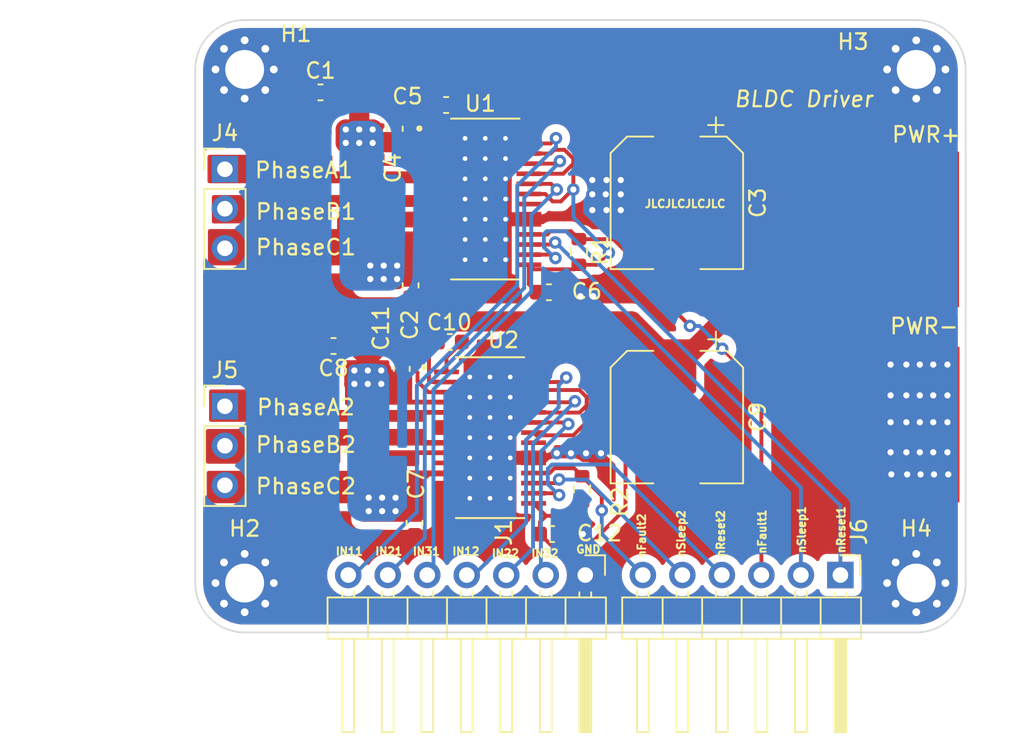
<source format=kicad_pcb>
(kicad_pcb (version 20211014) (generator pcbnew)
  (layers (0 "F.Cu" signal) (31 "B.Cu" signal) (34 "B.Paste" user) (35 "F.Paste" user) (36 "B.SilkS" user "B.Silkscreen") (37 "F.SilkS" user "F.Silkscreen") (38 "B.Mask" user) (39 "F.Mask" user) (44 "Edge.Cuts" user))
  (net 0 "")
  (net 1 "VM")
  (net 2 "THPAD")
  (net 3 "VCP1")
  (net 4 "Net-(C5-Pad1)")
  (net 5 "Net-(C5-Pad2)")
  (net 6 "EN1")
  (net 7 "Net-(C10-Pad1)")
  (net 8 "Net-(C10-Pad2)")
  (net 9 "VCP2")
  (net 10 "EN2")
  (net 11 "IN11")
  (net 12 "IN21")
  (net 13 "IN31")
  (net 14 "IN12")
  (net 15 "IN22")
  (net 16 "IN32")
  (net 17 "phaseA1")
  (net 18 "phaseB1")
  (net 19 "phaseC2")
  (net 20 "phaseA2")
  (net 21 "phaseB2")
  (net 22 "NReset1")
  (net 23 "NSleep1")
  (net 24 "NFault1")
  (net 25 "NReset2")
  (net 26 "NSleep2")
  (net 27 "NFault2")
  (net 28 "phaseC1")
  (footprint "Connector_PinHeader_2.54mm:PinHeader_1x03_P2.54mm_Vertical" (layer "F.Cu") (at 140.97 95.3158)
    (property "Reference" "J4")
    (property "Value" "M1")
    (fp_text reference "J4")
    (fp_text value "M1")
  )
  (footprint "Connector_PinHeader_2.54mm:PinHeader_1x06_P2.54mm_Horizontal" (layer "F.Cu") (at 180.5432 121.4058 -90)
    (property "Reference" "J6")
    (property "Value" "status")
    (fp_text reference "J6")
    (fp_text value "status")
  )
  (footprint "MountingHole:MountingHole_2.5mm_Pad_Via" (layer "F.Cu") (at 142.24 121.92)
    (fp_text reference "H2")
    (fp_text value "MountingHole_Pad")
  )
  (footprint "Capacitor_SMD:C_0603_1608Metric" (layer "F.Cu") (at 152.3427 108.1532 90)
    (fp_text reference "C11")
    (fp_text value "0.1uf")
  )
  (footprint "Capacitor_SMD:C_0603_1608Metric" (layer "F.Cu") (at 153.162 118.0592 -90)
    (fp_text reference "C7")
    (fp_text value "0.1uf")
  )
  (footprint "MountingHole:MountingHole_2.5mm_Pad_Via" (layer "F.Cu") (at 142.24 88.9)
    (fp_text reference "H1")
    (fp_text value "MountingHole_Pad")
  )
  (footprint "Capacitor_SMD:C_0603_1608Metric" (layer "F.Cu") (at 151.892 92.71 90)
    (fp_text reference "C4")
    (fp_text value "0.1uf")
  )
  (footprint "Capacitor_SMD:CP_Elec_8x10" (layer "F.Cu") (at 170.0276 111.252 -90)
    (fp_text reference "C9")
    (fp_text value "100uf")
  )
  (footprint "Connector_PinHeader_2.54mm:PinHeader_1x07_P2.54mm_Horizontal" (layer "F.Cu") (at 164.1398 121.4058 -90)
    (property "Reference" "J1")
    (property "Value" "CONTROL")
    (fp_text reference "J1")
    (fp_text value "CONTROL")
  )
  (footprint "DRV8313PWPR:IC_TPS61196PWPRQ1" (layer "F.Cu") (at 157.7117 97.2312)
    (fp_text reference "U1")
    (fp_text value "DRV8313PWPR")
  )
  (footprint "Capacitor_SMD:C_0603_1608Metric" (layer "F.Cu") (at 155.4317 106.4254 180)
    (fp_text reference "C10")
    (fp_text value ".01uf")
  )
  (footprint "Capacitor_SMD:C_0603_1608Metric" (layer "F.Cu") (at 147.955 106.68 180)
    (fp_text reference "C8")
    (fp_text value "0.1uf")
  )
  (footprint "Connector_PinHeader_2.54mm:PinHeader_1x03_P2.54mm_Vertical" (layer "F.Cu") (at 140.97 110.5558)
    (fp_text reference "J5")
    (fp_text value "M2")
  )
  (footprint "Capacitor_SMD:C_0603_1608Metric" (layer "F.Cu") (at 155.194 91.186 180)
    (fp_text reference "C5")
    (fp_text value ".01uf")
  )
  (footprint "Capacitor_SMD:C_0603_1608Metric" (layer "F.Cu") (at 152.908 102.7814 -90)
    (fp_text reference "C2")
    (fp_text value "0.1uf")
  )
  (footprint "MountingHole:MountingHole_2.5mm_Pad_Via" (layer "F.Cu") (at 185.42 121.92)
    (fp_text reference "H4")
    (fp_text value "MountingHole_Pad")
  )
  (footprint "MountingHole:MountingHole_2.5mm_Pad_Via" (layer "F.Cu") (at 185.42 88.9)
    (fp_text reference "H3")
    (fp_text value "MountingHole_Pad")
  )
  (footprint "Capacitor_SMD:C_0603_1608Metric" (layer "F.Cu") (at 161.8011 103.2256)
    (fp_text reference "C6")
    (fp_text value "0.47uf")
  )
  (footprint "DRV8313PWPR:IC_TPS61196PWPRQ1" (layer "F.Cu") (at 158.0165 112.5728)
    (fp_text reference "U2")
    (fp_text value "DRV8313PWPR")
  )
  (footprint "Resistor_SMD:R_0603_1608Metric" (layer "F.Cu") (at 163.9316 115.8748 90)
    (fp_text reference "R2")
    (fp_text value "10k")
  )
  (footprint "Connector_Wire:SolderWirePad_1x01_SMD_5x10mm" (layer "F.Cu") (at 185.6994 111.7346)
    (fp_text reference "J3" hide)
    (fp_text value "PWR-")
  )
  (footprint "Capacitor_SMD:CP_Elec_8x10" (layer "F.Cu") (at 170.0276 97.4753 -90)
    (fp_text reference "C3")
    (fp_text value "100uf")
  )
  (footprint "Connector_Wire:SolderWirePad_1x01_SMD_5x10mm" (layer "F.Cu") (at 185.674 99.187)
    (property "Reference" "J2")
    (property "Value" "PWR+")
    (fp_text reference "J2" hide)
    (fp_text value "PWR+")
  )
  (footprint "Capacitor_SMD:C_0603_1608Metric" (layer "F.Cu") (at 147.1168 90.3732 180)
    (fp_text reference "C1")
    (fp_text value "0.1uf")
  )
  (footprint "Resistor_SMD:R_0603_1608Metric" (layer "F.Cu") (at 163.7284 100.6348 90)
    (property "Reference" "R1")
    (property "Value" "10k")
    (fp_text reference "R1")
    (fp_text value "10k")
  )
  (footprint "Capacitor_SMD:C_0603_1608Metric" (layer "F.Cu") (at 162.0043 118.7704)
    (fp_text reference "C12")
    (fp_text value "0.47uf")
  )
  (gr_arc (start 142.24 125.095) (mid 139.994936 124.165064) (end 139.065 121.92) (layer "Edge.Cuts") (width 0.1))
  (gr_arc (start 139.065 88.9) (mid 139.994936 86.654936) (end 142.24 85.725) (layer "Edge.Cuts") (width 0.1))
  (gr_line (start 142.24 125.095) (end 185.42 125.095) (layer "Edge.Cuts") (width 0.1))
  (gr_line (start 142.24 85.725) (end 185.42 85.725) (layer "Edge.Cuts") (width 0.1))
  (gr_arc (start 188.595 121.92) (mid 187.665064 124.165064) (end 185.42 125.095) (layer "Edge.Cuts") (width 0.1))
  (gr_line (start 139.065 88.9) (end 139.065 121.92) (layer "Edge.Cuts") (width 0.1))
  (gr_line (start 188.595 88.9) (end 188.595 121.92) (layer "Edge.Cuts") (width 0.1))
  (gr_arc (start 185.42 85.725) (mid 187.659181 86.660819) (end 188.595 88.9) (layer "Edge.Cuts") (width 0.1))
  (gr_text "PhaseB2" (at 146.177 113.03) (layer "F.SilkS") (effects (font (size 1 1))))
  (gr_text "nSleep2" (at 170.307 118.745 90) (layer "F.SilkS") (effects (font (size 0.5 0.5) (thickness 0.125))))
  (gr_text "nReset1" (at 180.594 118.491 90) (layer "F.SilkS") (effects (font (size 0.5 0.5) (thickness 0.125))))
  (gr_text "IN21" (at 151.511 119.888) (layer "F.SilkS") (effects (font (size 0.5 0.5) (thickness 0.125))))
  (gr_text "BLDC Driver" (at 178.181 90.805) (layer "F.SilkS") (effects (font (size 1 1) (thickness 0.15) italic)))
  (gr_text "IN11" (at 148.971 119.888) (layer "F.SilkS") (effects (font (size 0.5 0.5) (thickness 0.125))))
  (gr_text "PhaseB1" (at 146.177 98.044) (layer "F.SilkS") (effects (font (size 1 1))))
  (gr_text "PWR+\n" (at 186.055 93.091) (layer "F.SilkS") (effects (font (size 1 1))))
  (gr_text "IN31" (at 153.924 119.888) (layer "F.SilkS") (effects (font (size 0.5 0.5) (thickness 0.125))))
  (gr_text "nFault1" (at 175.514 118.618 90) (layer "F.SilkS") (effects (font (size 0.5 0.5) (thickness 0.125))))
  (gr_text "IN22" (at 159.004 120.015) (layer "F.SilkS") (effects (font (size 0.5 0.5) (thickness 0.125))))
  (gr_text "GND" (at 164.338 119.761) (layer "F.SilkS") (effects (font (size 0.5 0.5) (thickness 0.125))))
  (gr_text "nFault2" (at 167.767 118.872 90) (layer "F.SilkS") (effects (font (size 0.5 0.5) (thickness 0.125))))
  (gr_text "PhaseC2" (at 146.177 115.697) (layer "F.SilkS") (effects (font (size 1 1))))
  (gr_text "nSleep1" (at 178.054 118.491 90) (layer "F.SilkS") (effects (font (size 0.5 0.5) (thickness 0.125))))
  (gr_text "IN32" (at 161.544 120.015) (layer "F.SilkS") (effects (font (size 0.5 0.5) (thickness 0.125))))
  (gr_text "JLCJLCJLCJLC" (at 170.561 97.536) (layer "F.SilkS") (effects (font (size 0.5 0.5) (thickness 0.125))))
  (gr_text "PhaseA2" (at 146.177 110.617) (layer "F.SilkS") (effects (font (size 1 1))))
  (gr_text "PhaseC1" (at 146.177 100.33) (layer "F.SilkS") (effects (font (size 1 1))))
  (gr_text "PWR-\n" (at 185.928 105.41) (layer "F.SilkS") (effects (font (size 1 1))))
  (gr_text "nReset2" (at 172.847 118.745 90) (layer "F.SilkS") (effects (font (size 0.5 0.5) (thickness 0.125))))
  (gr_text "IN12" (at 156.464 119.888) (layer "F.SilkS") (effects (font (size 0.5 0.5) (thickness 0.125))))
  (gr_text "PhaseA1" (at 146.05 95.377) (layer "F.SilkS") (effects (font (size 1 1))))
  (segment (start 150.2156 117.2972) (end 151.9428 117.2972) (width 1.3) (layer "F.Cu") (net 1))
  (segment (start 155.2165 114.8478) (end 154.1665 114.8478) (width 0.25) (layer "F.Cu") (net 1))
  (segment (start 149.2947 108.2548) (end 149.2947 109.1184) (width 1.3) (layer "F.Cu") (net 1))
  (segment (start 147.8918 90.3732) (end 149.606 90.3732) (width 1.3) (layer "F.Cu") (net 1))
  (segment (start 148.73 106.68) (end 149.4471 106.68) (width 1.3) (layer "F.Cu") (net 1))
  (segment (start 152.44862 105.10088) (end 150.1583 107.3912) (width 1.3) (layer "F.Cu") (net 1))
  (segment (start 149.606 93.6244) (end 149.606 90.3732) (width 1.3) (layer "F.Cu") (net 1))
  (segment (start 185.674 99.187) (end 174.9893 99.187) (width 1.3) (layer "F.Cu") (net 1))
  (segment (start 152.0444 100.5586) (end 152.0444 101.5114) (width 0.25) (layer "F.Cu") (net 1))
  (segment (start 154.9117 99.5062) (end 153.0968 99.5062) (width 0.25) (layer "F.Cu") (net 1))
  (segment (start 174.9552 99.06) (end 173.6344 100.3808) (width 1.3) (layer "F.Cu") (net 1))
  (segment (start 150.2156 116.4336) (end 150.2156 117.2972) (width 1.3) (layer "F.Cu") (net 1))
  (segment (start 150.3172 101.5114) (end 150.3172 102.375) (width 1.3) (layer "F.Cu") (net 1))
  (segment (start 174.4051 98.6028) (end 170.0276 94.2253) (width 1.3) (layer "F.Cu") (net 1))
  (segment (start 151.384 116.9924) (end 151.0792 117.2972) (width 1.3) (layer "F.Cu") (net 1))
  (segment (start 150.1583 107.3912) (end 150.1583 109.1184) (width 1.3) (layer "F.Cu") (net 1))
  (segment (start 151.9428 116.4336) (end 151.9428 117.2972) (width 1.3) (layer "F.Cu") (net 1))
  (segment (start 150.7744 93.5736) (end 151.8034 93.5736) (width 1.3) (layer "F.Cu") (net 1))
  (segment (start 167.12648 105.10088) (end 152.44862 105.10088) (width 1.3) (layer "F.Cu") (net 1))
  (segment (start 150.4696 92.7608) (end 148.7424 92.7608) (width 1.3) (layer "F.Cu") (net 1))
  (segment (start 152.2476 117.2464) (end 153.2766 117.2464) (width 1.3) (layer "F.Cu") (net 1))
  (segment (start 151.0219 109.1184) (end 149.2947 109.1184) (width 1.3) (layer "F.Cu") (net 1))
  (segment (start 148.7424 93.6244) (end 150.4696 93.6244) (width 1.3) (layer "F.Cu") (net 1))
  (segment (start 150.3172 102.375) (end 152.0444 102.375) (width 1.3) (layer "F.Cu") (net 1))
  (segment (start 150.8252 89.154) (end 164.9563 89.154) (width 1.3) (layer "F.Cu") (net 1))
  (segment (start 148.7424 92.7608) (end 148.7424 93.6244) (width 1.3) (layer "F.Cu") (net 1))
  (segment (start 153.0968 99.5062) (end 152.0444 100.5586) (width 0.25) (layer "F.Cu") (net 1))
  (segment (start 174.9893 99.187) (end 174.4051 98.6028) (width 1.3) (layer "F.Cu") (net 1))
  (segment (start 152.0444 101.5114) (end 152.0444 102.375) (width 1.3) (layer "F.Cu") (net 1))
  (segment (start 151.0219 108.2548) (end 151.0219 109.1184) (width 1.3) (layer "F.Cu") (net 1))
  (segment (start 150.9378 94.9562) (end 149.606 93.6244) (width 0.25) (layer "F.Cu") (net 1))
  (segment (start 150.4696 92.7608) (end 150.4696 93.6244) (width 1.3) (layer "F.Cu") (net 1))
  (segment (start 151.9428 116.4336) (end 150.2156 116.4336) (width 1.3) (layer "F.Cu") (net 1))
  (segment (start 149.4471 106.68) (end 150.1583 107.3912) (width 1.3) (layer "F.Cu") (net 1))
  (segment (start 154.1665 114.8478) (end 153.162 115.8523) (width 0.25) (layer "F.Cu") (net 1))
  (segment (start 173.6344 104.3952) (end 170.0276 108.002) (width 1.3) (layer "F.Cu") (net 1))
  (segment (start 153.162 115.8523) (end 153.162 117.2842) (width 0.25) (layer "F.Cu") (net 1))
  (segment (start 154.9117 94.9562) (end 150.9378 94.9562) (width 0.25) (layer "F.Cu") (net 1))
  (segment (start 152.0444 101.5114) (end 150.3172 101.5114) (width 1.3) (layer "F.Cu") (net 1))
  (segment (start 149.9108 93.3196) (end 149.606 93.6244) (width 1.3) (layer "F.Cu") (net 1))
  (segment (start 170.0276 108.002) (end 167.12648 105.10088) (width 1.3) (layer "F.Cu") (net 1))
  (segment (start 150.8252 89.154) (end 149.606 90.3732) (width 1.3) (layer "F.Cu") (net 1))
  (segment (start 152.9698 110.2978) (end 152.3427 109.6707) (width 0.25) (layer "F.Cu") (net 1))
  (segment (start 149.2947 108.2548) (end 151.0219 108.2548) (width 1.3) (layer "F.Cu") (net 1))
  (segment (start 152.3427 109.6707) (end 152.3427 108.9282) (width 0.25) (layer "F.Cu") (net 1))
  (segment (start 155.2165 110.2978) (end 152.9698 110.2978) (width 0.25) (layer "F.Cu") (net 1))
  (segment (start 173.6344 100.3808) (end 173.6344 104.3952) (width 1.3) (layer "F.Cu") (net 1))
  (segment (start 164.9563 89.154) (end 170.0276 94.2253) (width 1.3) (layer "F.Cu") (net 1))
  (via (at 151.1808 101.5114) (size 0.8) (drill 0.4) (layers "F.Cu" "B.Cu") (net 1))
  (via (at 152.0444 101.5114) (size 0.8) (drill 0.4) (layers "F.Cu" "B.Cu") (net 1))
  (via (at 150.1583 109.1184) (size 0.8) (drill 0.4) (layers "F.Cu" "B.Cu") (net 1))
  (via (at 152.0444 102.375) (size 0.8) (drill 0.4) (layers "F.Cu" "B.Cu") (net 1))
  (via (at 149.2947 108.2548) (size 0.8) (drill 0.4) (layers "F.Cu" "B.Cu") (net 1))
  (via (at 151.9428 116.4336) (size 0.8) (drill 0.4) (layers "F.Cu" "B.Cu") (net 1))
  (via (at 150.2156 116.4336) (size 0.8) (drill 0.4) (layers "F.Cu" "B.Cu") (net 1))
  (via (at 149.606 92.7608) (size 0.8) (drill 0.4) (layers "F.Cu" "B.Cu") (net 1))
  (via (at 148.7424 92.7608) (size 0.8) (drill 0.4) (layers "F.Cu" "B.Cu") (net 1))
  (via (at 150.3172 101.5114) (size 0.8) (drill 0.4) (layers "F.Cu" "B.Cu") (net 1))
  (via (at 150.1583 108.2548) (size 0.8) (drill 0.4) (layers "F.Cu" "B.Cu") (net 1))
  (via (at 148.7424 93.6244) (size 0.8) (drill 0.4) (layers "F.Cu" "B.Cu") (net 1))
  (via (at 151.9428 117.2972) (size 0.8) (drill 0.4) (layers "F.Cu" "B.Cu") (net 1))
  (via (at 150.3172 102.375) (size 0.8) (drill 0.4) (layers "F.Cu" "B.Cu") (net 1))
  (via (at 151.0219 108.2548) (size 0.8) (drill 0.4) (layers "F.Cu" "B.Cu") (net 1))
  (via (at 149.606 93.6244) (size 0.8) (drill 0.4) (layers "F.Cu" "B.Cu") (net 1))
  (via (at 151.0792 117.2972) (size 0.8) (drill 0.4) (layers "F.Cu" "B.Cu") (net 1))
  (via (at 151.0219 109.1184) (size 0.8) (drill 0.4) (layers "F.Cu" "B.Cu") (net 1))
  (via (at 150.2156 117.2972) (size 0.8) (drill 0.4) (layers "F.Cu" "B.Cu") (net 1))
  (via (at 151.1808 102.375) (size 0.8) (drill 0.4) (layers "F.Cu" "B.Cu") (net 1))
  (via (at 150.4696 93.6244) (size 0.8) (drill 0.4) (layers "F.Cu" "B.Cu") (net 1))
  (via (at 151.0792 116.4336) (size 0.8) (drill 0.4) (layers "F.Cu" "B.Cu") (net 1))
  (via (at 149.2947 109.1184) (size 0.8) (drill 0.4) (layers "F.Cu" "B.Cu") (net 1))
  (via (at 150.4696 92.7608) (size 0.8) (drill 0.4) (layers "F.Cu" "B.Cu") (net 1))
  (segment (start 160.5117 98.2062) (end 159.3367 98.2062) (width 0.25) (layer "F.Cu") (net 2))
  (segment (start 156.0867 98.8562) (end 156.4117 98.5312) (width 0.25) (layer "F.Cu") (net 2))
  (segment (start 163.576 103.2256) (end 163.83 103.4796) (width 0.25) (layer "F.Cu") (net 2))
  (segment (start 156.0867 96.9062) (end 156.4117 97.2312) (width 0.25) (layer "F.Cu") (net 2))
  (segment (start 155.2165 111.5978) (end 156.3915 111.5978) (width 0.25) (layer "F.Cu") (net 2))
  (segment (start 162.7793 118.7704) (end 163.9824 118.7704) (width 0.25) (layer "F.Cu") (net 2))
  (segment (start 159.6415 114.1978) (end 159.3165 113.8728) (width 0.25) (layer "F.Cu") (net 2))
  (segment (start 160.5117 93.0062) (end 159.3367 93.0062) (width 0.25) (layer "F.Cu") (net 2))
  (segment (start 155.2165 115.4978) (end 156.3915 115.4978) (width 0.25) (layer "F.Cu") (net 2))
  (segment (start 154.9117 98.8562) (end 156.0867 98.8562) (width 0.25) (layer "F.Cu") (net 2))
  (segment (start 156.0867 96.2562) (end 156.4117 95.9312) (width 0.25) (layer "F.Cu") (net 2))
  (segment (start 154.9117 96.2562) (end 156.0867 96.2562) (width 0.25) (layer "F.Cu") (net 2))
  (segment (start 156.3915 111.5978) (end 156.7165 111.2728) (width 0.25) (layer "F.Cu") (net 2))
  (segment (start 155.2165 114.1978) (end 156.3915 114.1978) (width 0.25) (layer "F.Cu") (net 2))
  (segment (start 162.5761 103.2256) (end 163.576 103.2256) (width 0.25) (layer "F.Cu") (net 2))
  (segment (start 156.0867 100.1562) (end 156.4117 99.8312) (width 0.25) (layer "F.Cu") (net 2))
  (segment (start 156.3915 114.1978) (end 156.7165 113.8728) (width 0.25) (layer "F.Cu") (net 2))
  (segment (start 160.5117 98.8562) (end 159.3367 98.8562) (width 0.25) (layer "F.Cu") (net 2))
  (segment (start 154.9117 96.9062) (end 156.0867 96.9062) (width 0.25) (layer "F.Cu") (net 2))
  (segment (start 154.9117 100.1562) (end 156.0867 100.1562) (width 0.25) (layer "F.Cu") (net 2))
  (segment (start 156.3915 115.4978) (end 156.7165 115.1728) (width 0.25) (layer "F.Cu") (net 2))
  (segment (start 159.6415 113.5478) (end 159.3165 113.8728) (width 0.25) (layer "F.Cu") (net 2))
  (segment (start 159.3367 93.0062) (end 159.0117 93.3312) (width 0.25) (layer "F.Cu") (net 2))
  (segment (start 159.3367 98.8562) (end 159.0117 98.5312) (width 0.25) (layer "F.Cu") (net 2))
  (segment (start 159.6415 108.3478) (end 159.3165 108.6728) (width 0.25) (layer "F.Cu") (net 2))
  (segment (start 160.8165 108.3478) (end 159.6415 108.3478) (width 0.25) (layer "F.Cu") (net 2))
  (segment (start 160.8165 113.5478) (end 159.6415 113.5478) (width 0.25) (layer "F.Cu") (net 2))
  (segment (start 160.8165 114.1978) (end 159.6415 114.1978) (width 0.25) (layer "F.Cu") (net 2))
  (segment (start 159.3367 98.2062) (end 159.0117 98.5312) (width 0.25) (layer "F.Cu") (net 2))
  (segment (start 164.6428 103.4796) (end 163.83 103.4796) (width 0.25) (layer "F.Cu") (net 2))
  (via (at 183.769 113.5126) (size 0.8) (drill 0.4) (layers "F.Cu" "B.Cu") (net 2))
  (via (at 183.769 109.855) (size 0.8) (drill 0.4) (layers "F.Cu" "B.Cu") (net 2))
  (via (at 165.1508 113.5755) (size 0.8) (drill 0.4) (layers "F.Cu" "B.Cu") (net 2))
  (via (at 166.4208 97.9424) (size 0.8) (drill 0.4) (layers "F.Cu" "B.Cu") (net 2))
  (via (at 186.5122 109.855) (size 0.8) (drill 0.4) (layers "F.Cu" "B.Cu") (net 2))
  (via (at 183.769 107.8738) (size 0.8) (drill 0.4) (layers "F.Cu" "B.Cu") (net 2))
  (via (at 184.785 107.8738) (size 0.8) (drill 0.4) (layers "F.Cu" "B.Cu") (net 2))
  (via (at 187.4266 107.8738) (size 0.8) (drill 0.4) (layers "F.Cu" "B.Cu") (net 2))
  (via (at 164.592 96.012) (size 0.8) (drill 0.4) (layers "F.Cu" "B.Cu") (net 2))
  (via (at 185.6486 111.5822) (size 0.8) (drill 0.4) (layers "F.Cu" "B.Cu") (net 2))
  (via (at 184.785 109.855) (size 0.8) (drill 0.4) (layers "F.Cu" "B.Cu") (net 2))
  (via (at 164.1856 113.5755) (size 0.8) (drill 0.4) (layers "F.Cu" "B.Cu") (net 2))
  (via (at 186.563 114.935) (size 0.8) (drill 0.4) (layers "F.Cu" "B.Cu") (net 2))
  (via (at 184.785 111.5822) (size 0.8) (drill 0.4) (layers "F.Cu" "B.Cu") (net 2))
  (via (at 164.592 97.9424) (size 0.8) (drill 0.4) (layers "F.Cu" "B.Cu") (net 2))
  (via (at 165.4556 96.9264) (size 0.8) (drill 0.4) (layers "F.Cu" "B.Cu") (net 2))
  (via (at 166.4208 96.012) (size 0.8) (drill 0.4) (layers "F.Cu" "B.Cu") (net 2))
  (via (at 186.5122 113.5126) (size 0.8) (drill 0.4) (layers "F.Cu" "B.Cu") (net 2))
  (via (at 187.4266 109.855) (size 0.8) (drill 0.4) (layers "F.Cu" "B.Cu") (net 2))
  (via (at 187.4774 114.935) (size 0.8) (drill 0.4) (layers "F.Cu" "B.Cu") (net 2))
  (via (at 163.83 103.4796) (size 0.8) (drill 0.4) (layers "F.Cu" "B.Cu") (net 2))
  (via (at 183.769 111.5822) (size 0.8) (drill 0.4) (layers "F.Cu" "B.Cu") (net 2))
  (via (at 186.5122 111.5822) (size 0.8) (drill 0.4) (layers "F.Cu" "B.Cu") (net 2))
  (via (at 184.8358 114.935) (size 0.8) (drill 0.4) (layers "F.Cu" "B.Cu") (net 2))
  (via (at 165.5064 97.9424) (size 0.8) (drill 0.4) (layers "F.Cu" "B.Cu") (net 2))
  (via (at 185.6486 113.5126) (size 0.8) (drill 0.4) (layers "F.Cu" "B.Cu") (net 2))
  (via (at 185.6486 109.855) (size 0.8) (drill 0.4) (layers "F.Cu" "B.Cu") (net 2))
  (via (at 187.4266 111.5822) (size 0.8) (drill 0.4) (layers "F.Cu" "B.Cu") (net 2))
  (via (at 163.9824 118.7704) (size 0.8) (drill 0.4) (layers "F.Cu" "B.Cu") (net 2))
  (via (at 165.5064 96.012) (size 0.8) (drill 0.4) (layers "F.Cu" "B.Cu") (net 2))
  (via (at 185.6994 114.935) (size 0.8) (drill 0.4) (layers "F.Cu" "B.Cu") (net 2))
  (via (at 164.592 96.9264) (size 0.8) (drill 0.4) (layers "F.Cu" "B.Cu") (net 2))
  (via (at 184.785 113.5126) (size 0.8) (drill 0.4) (layers "F.Cu" "B.Cu") (net 2))
  (via (at 183.8198 114.935) (size 0.8) (drill 0.4) (layers "F.Cu" "B.Cu") (net 2))
  (via (at 185.6486 107.8738) (size 0.8) (drill 0.4) (layers "F.Cu" "B.Cu") (net 2))
  (via (at 163.2204 113.5755) (size 0.8) (drill 0.4) (layers "F.Cu" "B.Cu") (net 2))
  (via (at 187.4266 113.5126) (size 0.8) (drill 0.4) (layers "F.Cu" "B.Cu") (net 2))
  (via (at 166.4208 96.9264) (size 0.8) (drill 0.4) (layers "F.Cu" "B.Cu") (net 2))
  (via (at 186.5122 107.8738) (size 0.8) (drill 0.4) (layers "F.Cu" "B.Cu") (net 2))
  (via (at 164.6428 103.4796) (size 0.8) (drill 0.4) (layers "F.Cu" "B.Cu") (net 2))
  (via (at 162.306 113.5755) (size 0.8) (drill 0.4) (layers "F.Cu" "B.Cu") (net 2))
  (segment (start 153.0096 92.456) (end 152.4886 91.935) (width 0.25) (layer "F.Cu") (net 3))
  (segment (start 153.0096 93.8276) (end 153.0096 92.456) (width 0.25) (layer "F.Cu") (net 3))
  (segment (start 152.4886 91.935) (end 151.892 91.935) (width 0.25) (layer "F.Cu") (net 3))
  (segment (start 153.4882 94.3062) (end 153.0096 93.8276) (width 0.25) (layer "F.Cu") (net 3))
  (segment (start 154.9117 94.3062) (end 153.4882 94.3062) (width 0.25) (layer "F.Cu") (net 3))
  (segment (start 154.9117 93.0062) (end 154.9117 92.2433) (width 0.25) (layer "F.Cu") (net 4))
  (segment (start 154.9117 92.2433) (end 155.969 91.186) (width 0.25) (layer "F.Cu") (net 4))
  (segment (start 153.7716 91.8334) (end 154.419 91.186) (width 0.25) (layer "F.Cu") (net 5))
  (segment (start 154.9117 93.6562) (end 153.8617 93.6562) (width 0.25) (layer "F.Cu") (net 5))
  (segment (start 153.8617 93.6562) (end 153.7716 93.5661) (width 0.25) (layer "F.Cu") (net 5))
  (segment (start 153.7716 93.5661) (end 153.7716 91.8334) (width 0.25) (layer "F.Cu") (net 5))
  (segment (start 163.3728 96.579414) (end 163.3728 94.631786) (width 0.25) (layer "F.Cu") (net 6))
  (segment (start 160.804526 101.749026) (end 163.439174 101.749026) (width 0.25) (layer "F.Cu") (net 6))
  (segment (start 161.904318 94.3062) (end 160.5117 94.3062) (width 0.25) (layer "F.Cu") (net 6))
  (segment (start 160.5117 101.4562) (end 160.804526 101.749026) (width 0.25) (layer "F.Cu") (net 6))
  (segment (start 162.720414 95.6062) (end 163.3728 94.953814) (width 0.25) (layer "F.Cu") (net 6))
  (segment (start 160.5117 101.4562) (end 160.5117 102.7112) (width 0.25) (layer "F.Cu") (net 6))
  (segment (start 163.7284 101.4598) (end 163.439174 101.749026) (width 0.25) (layer "F.Cu") (net 6))
  (segment (start 164.8846 101.4598) (end 165.6588 100.6856) (width 0.25) (layer "F.Cu") (net 6))
  (segment (start 162.142229 94.068289) (end 161.904318 94.3062) (width 0.25) (layer "F.Cu") (net 6))
  (segment (start 163.7284 101.4598) (end 164.8846 101.4598) (width 0.25) (layer "F.Cu") (net 6))
  (segment (start 162.043386 97.3836) (end 162.568614 97.3836) (width 0.25) (layer "F.Cu") (net 6))
  (segment (start 160.5117 102.7112) (end 161.0261 103.2256) (width 0.25) (layer "F.Cu") (net 6))
  (segment (start 160.5117 96.9062) (end 161.565986 96.9062) (width 0.25) (layer "F.Cu") (net 6))
  (segment (start 163.3728 94.631786) (end 162.809303 94.068289) (width 0.25) (layer "F.Cu") (net 6))
  (segment (start 163.3728 94.953814) (end 163.3728 94.631786) (width 0.25) (layer "F.Cu") (net 6))
  (segment (start 162.568614 97.3836) (end 163.3728 96.579414) (width 0.25) (layer "F.Cu") (net 6))
  (segment (start 161.565986 96.9062) (end 162.043386 97.3836) (width 0.25) (layer "F.Cu") (net 6))
  (segment (start 160.5117 95.6062) (end 162.720414 95.6062) (width 0.25) (layer "F.Cu") (net 6))
  (segment (start 162.809303 94.068289) (end 162.142229 94.068289) (width 0.25) (layer "F.Cu") (net 6))
  (via (at 165.6588 100.6856) (size 0.8) (drill 0.4) (layers "F.Cu" "B.Cu") (net 6))
  (via (at 163.3728 96.6216) (size 0.8) (drill 0.4) (layers "F.Cu" "B.Cu") (net 6))
  (segment (start 163.3728 98.3996) (end 163.3728 96.6216) (width 0.25) (layer "B.Cu") (net 6))
  (segment (start 165.6588 100.6856) (end 163.3728 98.3996) (width 0.25) (layer "B.Cu") (net 6))
  (segment (start 155.2165 107.4156) (end 156.2067 106.4254) (width 0.25) (layer "F.Cu") (net 7))
  (segment (start 155.2165 108.3478) (end 155.2165 107.4156) (width 0.25) (layer "F.Cu") (net 7))
  (segment (start 154.6567 106.4254) (end 154.091989 106.990111) (width 0.25) (layer "F.Cu") (net 8))
  (segment (start 154.091989 108.923289) (end 154.1665 108.9978) (width 0.25) (layer "F.Cu") (net 8))
  (segment (start 154.091989 106.990111) (end 154.091989 108.923289) (width 0.25) (layer "F.Cu") (net 8))
  (segment (start 154.1665 108.9978) (end 155.2165 108.9978) (width 0.25) (layer "F.Cu") (net 8))
  (segment (start 153.355799 108.391299) (end 152.3427 107.3782) (width 0.25) (layer "F.Cu") (net 9))
  (segment (start 154.047 109.6478) (end 153.355799 108.956599) (width 0.25) (layer "F.Cu") (net 9))
  (segment (start 155.2165 109.6478) (end 154.047 109.6478) (width 0.25) (layer "F.Cu") (net 9))
  (segment (start 153.355799 108.956599) (end 153.355799 108.391299) (width 0.25) (layer "F.Cu") (net 9))
  (segment (start 163.774503 109.511489) (end 164.2364 109.973386) (width 0.25) (layer "F.Cu") (net 10))
  (segment (start 160.8165 116.7978) (end 161.6207 117.602) (width 0.25) (layer "F.Cu") (net 10))
  (segment (start 163.9316 117.1448) (end 163.9316 116.6998) (width 0.25) (layer "F.Cu") (net 10))
  (segment (start 160.989272 112.420572) (end 163.372628 112.420572) (width 0.25) (layer "F.Cu") (net 10))
  (segment (start 160.8165 109.6478) (end 160.952811 109.511489) (width 0.25) (layer "F.Cu") (net 10))
  (segment (start 162.02882 119.56992) (end 164.30048 119.56992) (width 0.25) (layer "F.Cu") (net 10))
  (segment (start 161.6207 117.602) (end 163.4744 117.602) (width 0.25) (layer "F.Cu") (net 10))
  (segment (start 161.2293 118.7704) (end 161.2293 117.9934) (width 0.25) (layer "F.Cu") (net 10))
  (segment (start 163.774503 110.960511) (end 160.829211 110.960511) (width 0.25) (layer "F.Cu") (net 10))
  (segment (start 164.2364 109.973386) (end 164.2364 110.498614) (width 0.25) (layer "F.Cu") (net 10))
  (segment (start 160.952811 109.511489) (end 163.774503 109.511489) (width 0.25) (layer "F.Cu") (net 10))
  (segment (start 164.30048 119.56992) (end 166.7256 117.1448) (width 0.25) (layer "F.Cu") (net 10))
  (segment (start 163.4744 117.602) (end 163.9316 117.1448) (width 0.25) (layer "F.Cu") (net 10))
  (segment (start 160.829211 110.960511) (end 160.8165 110.9478) (width 0.25) (layer "F.Cu") (net 10))
  (segment (start 161.2293 117.9934) (end 161.6207 117.602) (width 0.25) (layer "F.Cu") (net 10))
  (segment (start 164.2364 110.498614) (end 163.774503 110.960511) (width 0.25) (layer "F.Cu") (net 10))
  (segment (start 166.7256 114.046) (end 164.2364 111.5568) (width 0.25) (layer "F.Cu") (net 10))
  (segment (start 160.8165 112.2478) (end 160.989272 112.420572) (width 0.25) (layer "F.Cu") (net 10))
  (segment (start 163.372628 112.420572) (end 164.2364 111.5568) (width 0.25) (layer "F.Cu") (net 10))
  (segment (start 164.2364 111.5568) (end 164.2364 109.973386) (width 0.25) (layer "F.Cu") (net 10))
  (segment (start 166.7256 117.1448) (end 166.7256 114.046) (width 0.25) (layer "F.Cu") (net 10))
  (segment (start 161.2293 118.7704) (end 162.02882 119.56992) (width 0.25) (layer "F.Cu") (net 10))
  (segment (start 161.9186 93.6562) (end 160.5117 93.6562) (width 0.25) (layer "F.Cu") (net 11))
  (segment (start 162.2552 93.3196) (end 161.9186 93.6562) (width 0.25) (layer "F.Cu") (net 11))
  (via (at 162.2552 93.3196) (size 0.8) (drill 0.4) (layers "F.Cu" "B.Cu") (net 11))
  (segment (start 162.2552 93.3196) (end 162.2552 93.8784) (width 0.25) (layer "B.Cu") (net 11))
  (segment (start 153.3144 117.348) (end 149.2504 121.412) (width 0.25) (layer "B.Cu") (net 11))
  (segment (start 149.2504 121.412) (end 148.8898 121.412) (width 0.25) (layer "B.Cu") (net 11))
  (segment (start 153.3144 109.220001) (end 153.3144 117.348) (width 0.25) (layer "B.Cu") (net 11))
  (segment (start 159.766 96.3676) (end 159.766 102.7684) (width 0.25) (layer "B.Cu") (net 11))
  (segment (start 159.766 102.7684) (end 153.3144 109.220001) (width 0.25) (layer "B.Cu") (net 11))
  (segment (start 162.2552 93.8784) (end 159.766 96.3676) (width 0.25) (layer "B.Cu") (net 11))
  (segment (start 162.5092 94.7928) (end 162.3458 94.9562) (width 0.25) (layer "F.Cu") (net 12))
  (segment (start 162.3458 94.9562) (end 160.5117 94.9562) (width 0.25) (layer "F.Cu") (net 12))
  (via (at 162.5092 94.7928) (size 0.8) (drill 0.4) (layers "F.Cu" "B.Cu") (net 12))
  (segment (start 162.5092 94.7928) (end 162.5092 94.8436) (width 0.25) (layer "B.Cu") (net 12))
  (segment (start 160.21552 102.954598) (end 153.8224 109.347718) (width 0.25) (layer "B.Cu") (net 12))
  (segment (start 162.5092 94.8436) (end 160.21552 97.13728) (width 0.25) (layer "B.Cu") (net 12))
  (segment (start 160.21552 97.13728) (end 160.21552 102.954598) (width 0.25) (layer "B.Cu") (net 12))
  (segment (start 153.8224 109.347718) (end 153.8224 119.0194) (width 0.25) (layer "B.Cu") (net 12))
  (segment (start 153.8224 119.0194) (end 151.4298 121.412) (width 0.25) (layer "B.Cu") (net 12))
  (segment (start 161.9406 96.2562) (end 160.5117 96.2562) (width 0.25) (layer "F.Cu") (net 13))
  (segment (start 162.306 96.6216) (end 161.9406 96.2562) (width 0.25) (layer "F.Cu") (net 13))
  (via (at 162.306 96.6216) (size 0.8) (drill 0.4) (layers "F.Cu" "B.Cu") (net 13))
  (segment (start 160.66504 103.19016) (end 154.3812 109.474) (width 0.25) (layer "B.Cu") (net 13))
  (segment (start 154.3812 121.0044) (end 153.9798 121.4058) (width 0.25) (layer "B.Cu") (net 13))
  (segment (start 154.3812 121.0006) (end 153.9698 121.412) (width 0.25) (layer "B.Cu") (net 13))
  (segment (start 154.3812 109.474) (end 154.3812 121.0044) (width 0.25) (layer "B.Cu") (net 13))
  (segment (start 162.306 96.6216) (end 160.66504 98.26256) (width 0.25) (layer "B.Cu") (net 13))
  (segment (start 160.66504 98.26256) (end 160.66504 103.19016) (width 0.25) (layer "B.Cu") (net 13))
  (segment (start 162.6298 108.9978) (end 160.8165 108.9978) (width 0.25) (layer "F.Cu") (net 14))
  (segment (start 162.9156 108.712) (end 162.6298 108.9978) (width 0.25) (layer "F.Cu") (net 14))
  (via (at 162.9156 108.712) (size 0.8) (drill 0.4) (layers "F.Cu" "B.Cu") (net 14))
  (segment (start 162.433 109.1946) (end 162.433 110.617) (width 0.25) (layer "B.Cu") (net 14))
  (segment (start 156.9782 121.4058) (end 156.5198 121.4058) (width 0.25) (layer "B.Cu") (net 14))
  (segment (start 162.9156 108.712) (end 162.433 109.1946) (width 0.25) (layer "B.Cu") (net 14))
  (segment (start 162.433 110.617) (end 160.33248 112.71752) (width 0.25) (layer "B.Cu") (net 14))
  (segment (start 160.33248 118.05152) (end 156.9782 121.4058) (width 0.25) (layer "B.Cu") (net 14))
  (segment (start 160.33248 112.71752) (end 160.33248 118.05152) (width 0.25) (layer "B.Cu") (net 14))
  (segment (start 160.8165 110.2978) (end 163.4126 110.2978) (width 0.25) (layer "F.Cu") (net 15))
  (segment (start 163.4126 110.2978) (end 163.4744 110.236) (width 0.25) (layer "F.Cu") (net 15))
  (via (at 163.4744 110.236) (size 0.8) (drill 0.4) (layers "F.Cu" "B.Cu") (net 15))
  (segment (start 160.797908 112.9284) (end 163.4744 110.251908) (width 0.25) (layer "B.Cu") (net 15))
  (segment (start 163.4744 110.236) (end 163.4744 110.251924) (width 0.25) (layer "B.Cu") (net 15))
  (segment (start 160.782 119.6836) (end 159.0598 121.4058) (width 0.25) (layer "B.Cu") (net 15))
  (segment (start 160.782 112.9284) (end 160.797908 112.9284) (width 0.25) (layer "B.Cu") (net 15))
  (segment (start 163.4744 110.251908) (end 163.4744 110.236) (width 0.25) (layer "B.Cu") (net 15))
  (segment (start 160.782 112.9284) (end 160.782 119.6836) (width 0.25) (layer "B.Cu") (net 15))
  (segment (start 162.9566 111.5978) (end 163.054861 111.696061) (width 0.25) (layer "F.Cu") (net 16))
  (segment (start 160.8165 111.5978) (end 162.9566 111.5978) (width 0.25) (layer "F.Cu") (net 16))
  (via (at 163.054861 111.696061) (size 0.8) (drill 0.4) (layers "F.Cu" "B.Cu") (net 16))
  (segment (start 161.284369 121.106569) (end 161.5898 121.412) (width 0.25) (layer "B.Cu") (net 16))
  (segment (start 163.054861 111.696061) (end 161.284369 113.466553) (width 0.25) (layer "B.Cu") (net 16))
  (segment (start 161.284369 113.466553) (end 161.284369 121.106569) (width 0.25) (layer "B.Cu") (net 16))
  (segment (start 160.5117 100.8062) (end 162.005433 100.8062) (width 0.25) (layer "F.Cu") (net 22))
  (segment (start 162.005433 100.8062) (end 162.223748 101.024515) (width 0.25) (layer "F.Cu") (net 22))
  (via (at 162.223748 101.024515) (size 0.8) (drill 0.4) (layers "F.Cu" "B.Cu") (net 22))
  (segment (start 162.179101 101.024515) (end 161.479889 100.325303) (width 0.25) (layer "B.Cu") (net 22))
  (segment (start 180.5432 116.9416) (end 180.5432 121.4058) (width 0.25) (layer "B.Cu") (net 22))
  (segment (start 161.479889 100.325303) (end 161.479889 99.479711) (width 0.25) (layer "B.Cu") (net 22))
  (segment (start 162.223748 101.024515) (end 162.179101 101.024515) (width 0.25) (layer "B.Cu") (net 22))
  (segment (start 161.658911 99.300689) (end 162.902289 99.300689) (width 0.25) (layer "B.Cu") (net 22))
  (segment (start 161.479889 99.479711) (end 161.658911 99.300689) (width 0.25) (layer "B.Cu") (net 22))
  (segment (start 162.902289 99.300689) (end 180.5432 116.9416) (width 0.25) (layer "B.Cu") (net 22))
  (segment (start 160.5117 100.1562) (end 162.0734 100.1562) (width 0.25) (layer "F.Cu") (net 23))
  (segment (start 162.0734 100.1562) (end 162.2044 100.0252) (width 0.25) (layer "F.Cu") (net 23))
  (via (at 162.2044 100.0252) (size 0.8) (drill 0.4) (layers "F.Cu" "B.Cu") (net 23))
  (segment (start 178.0032 115.779353) (end 178.0032 121.4058) (width 0.25) (layer "B.Cu") (net 23))
  (segment (start 162.2044 100.0252) (end 162.249047 100.0252) (width 0.25) (layer "B.Cu") (net 23))
  (segment (start 162.249047 100.0252) (end 178.0032 115.779353) (width 0.25) (layer "B.Cu") (net 23))
  (segment (start 161.904297 99.300689) (end 161.698786 99.5062) (width 0.25) (layer "F.Cu") (net 24))
  (segment (start 161.698786 99.5062) (end 160.5117 99.5062) (width 0.25) (layer "F.Cu") (net 24))
  (segment (start 168.0464 101.9048) (end 168.0464 102.5652) (width 0.25) (layer "F.Cu") (net 24))
  (segment (start 172.94373 106.85293) (end 175.4632 109.3724) (width 0.25) (layer "F.Cu") (net 24))
  (segment (start 175.4632 109.3724) (end 175.4632 121.4058) (width 0.25) (layer "F.Cu") (net 24))
  (segment (start 165.9514 99.8098) (end 168.0464 101.9048) (width 0.25) (layer "F.Cu") (net 24))
  (segment (start 163.7284 99.8098) (end 165.9514 99.8098) (width 0.25) (layer "F.Cu") (net 24))
  (segment (start 163.219289 99.300689) (end 161.904297 99.300689) (width 0.25) (layer "F.Cu") (net 24))
  (segment (start 163.7284 99.8098) (end 163.219289 99.300689) (width 0.25) (layer "F.Cu") (net 24))
  (segment (start 168.0464 102.5652) (end 170.87187 105.39067) (width 0.25) (layer "F.Cu") (net 24))
  (via (at 170.87187 105.39067) (size 0.8) (drill 0.4) (layers "F.Cu" "B.Cu") (net 24))
  (via (at 172.94373 106.85293) (size 0.8) (drill 0.4) (layers "F.Cu" "B.Cu") (net 24))
  (segment (start 170.87187 105.39067) (end 171.48147 105.39067) (width 0.25) (layer "B.Cu") (net 24))
  (segment (start 171.48147 105.39067) (end 172.94373 106.85293) (width 0.25) (layer "B.Cu") (net 24))
  (segment (start 160.8165 116.1478) (end 162.341497 116.1478) (width 0.25) (layer "F.Cu") (net 25))
  (segment (start 162.341497 116.1478) (end 162.4584 116.264703) (width 0.25) (layer "F.Cu") (net 25))
  (via (at 162.4584 116.264703) (size 0.8) (drill 0.4) (layers "F.Cu" "B.Cu") (net 25))
  (segment (start 162.0012 114.3) (end 165.8174 114.3) (width 0.25) (layer "B.Cu") (net 25))
  (segment (start 162.433289 116.264703) (end 161.733889 115.565303) (width 0.25) (layer "B.Cu") (net 25))
  (segment (start 162.4584 116.264703) (end 162.433289 116.264703) (width 0.25) (layer "B.Cu") (net 25))
  (segment (start 165.8174 114.3) (end 172.9232 121.4058) (width 0.25) (layer "B.Cu") (net 25))
  (segment (start 161.733889 114.567311) (end 162.0012 114.3) (width 0.25) (layer "B.Cu") (net 25))
  (segment (start 161.733889 115.565303) (end 161.733889 114.567311) (width 0.25) (layer "B.Cu") (net 25))
  (segment (start 160.8165 115.4978) (end 162.2258 115.4978) (width 0.25) (layer "F.Cu") (net 26))
  (segment (start 162.2258 115.4978) (end 162.4584 115.2652) (width 0.25) (layer "F.Cu") (net 26))
  (via (at 162.4584 115.2652) (size 0.8) (drill 0.4) (layers "F.Cu" "B.Cu") (net 26))
  (segment (start 162.4584 115.2652) (end 164.2426 115.2652) (width 0.25) (layer "B.Cu") (net 26))
  (segment (start 164.2426 115.2652) (end 170.3832 121.4058) (width 0.25) (layer "B.Cu") (net 26))
  (segment (start 165.200401 116.318601) (end 165.200401 117.247599) (width 0.25) (layer "F.Cu") (net 27))
  (segment (start 162.158297 114.540689) (end 161.851186 114.8478) (width 0.25) (layer "F.Cu") (net 27))
  (segment (start 161.851186 114.8478) (end 160.8165 114.8478) (width 0.25) (layer "F.Cu") (net 27))
  (segment (start 163.422489 114.540689) (end 162.158297 114.540689) (width 0.25) (layer "F.Cu") (net 27))
  (segment (start 163.9316 115.0498) (end 165.200401 116.318601) (width 0.25) (layer "F.Cu") (net 27))
  (segment (start 163.9316 115.0498) (end 163.422489 114.540689) (width 0.25) (layer "F.Cu") (net 27))
  (via (at 165.200401 117.247599) (size 0.8) (drill 0.4) (layers "F.Cu" "B.Cu") (net 27))
  (segment (start 165.200401 117.247599) (end 165.200401 118.763001) (width 0.25) (layer "B.Cu") (net 27))
  (segment (start 165.200401 118.763001) (end 167.8432 121.4058) (width 0.25) (layer "B.Cu") (net 27))
  (zone (net 1) (net_name "VM") (layer "F.Cu") (priority 1) (connect_pads yes (clearance 0.508)) (min_thickness 0.254) (fill yes (thermal_gap 0.508) (thermal_bridge_width 0.508))
    (polygon (pts (xy 153.3652 117.9576) (xy 149.606 117.9576) (xy 149.606 116.2304) (xy 153.3652 116.2812)))
  )
  (zone (net 1) (net_name "VM") (layer "F.Cu") (priority 1) (connect_pads yes (clearance 0.124)) (min_thickness 0.254) (fill yes (thermal_gap 0.508) (thermal_bridge_width 0.508))
    (polygon (pts (xy 156.083 115.062) (xy 153.924 115.062) (xy 153.924 117.983) (xy 149.733 117.983) (xy 149.733 114.681) (xy 156.083 114.681)))
  )
  (zone (net 20) (net_name "phaseA2") (layer "F.Cu") (priority 2) (connect_pads yes (clearance 0.254)) (min_thickness 0.254) (fill yes (thermal_gap 0.508) (thermal_bridge_width 0.508))
    (polygon (pts (xy 148.082 110.7948) (xy 155.3464 110.7948) (xy 155.3464 111.0996) (xy 153.7716 111.0996) (xy 153.7716 111.5568) (xy 139.954 111.5568) (xy 139.954 109.474) (xy 148.082 109.474)))
  )
  (zone (net 1) (net_name "VM") (layer "F.Cu") (priority 1) (connect_pads yes (clearance 0.1)) (min_thickness 0.254) (fill yes (thermal_gap 0.508) (thermal_bridge_width 0.508))
    (polygon (pts (xy 151.5364 108.204) (xy 153.0096 108.204) (xy 153.0096 110.1344) (xy 156.083 110.1344) (xy 156.083 110.4392) (xy 153.6192 110.4392) (xy 148.6916 110.49) (xy 148.6916 107.5944) (xy 151.5364 107.5944)))
  )
  (zone (net 17) (net_name "phaseA1") (layer "F.Cu") (priority 2) (connect_pads yes (clearance 0.254)) (min_thickness 0.254) (fill yes (thermal_gap 0.508) (thermal_bridge_width 0.508))
    (polygon (pts (xy 147.8788 95.4532) (xy 155.702 95.4532) (xy 155.702 95.758) (xy 153.4668 95.758) (xy 153.4668 96.2152) (xy 139.8524 96.2152) (xy 139.8524 94.3864) (xy 147.8788 94.3864)))
  )
  (zone (net 28) (net_name "phaseC1") (layer "F.Cu") (priority 2) (connect_pads yes (clearance 0.254)) (min_thickness 0.254) (fill yes (thermal_gap 0.508) (thermal_bridge_width 0.508))
    (polygon (pts (xy 155.702 98.3488) (xy 153.162 98.3488) (xy 153.162 99.06) (xy 148.7424 99.06) (xy 148.7424 101.4984) (xy 139.8778 101.4984) (xy 139.8778 99.1616) (xy 148.1836 99.1616) (xy 148.1836 98.044) (xy 155.702 98.044)))
  )
  (zone (net 2) (net_name "THPAD") (layers F&B.Cu) (connect_pads yes (clearance 0.508)) (min_thickness 0.254) (fill yes (thermal_gap 0.508) (thermal_bridge_width 0.508))
    (polygon (pts (xy 191.765576 125.798134) (xy 139.258434 125.618285) (xy 138.900823 84.61037) (xy 191.915965 84.434619)))
  )
  (zone (net 1) (net_name "VM") (layer "F.Cu") (priority 1) (connect_pads (clearance 0.1)) (min_thickness 0.254) (fill yes (thermal_gap 0.508) (thermal_bridge_width 0.508))
    (polygon (pts (xy 151.2316 92.5576) (xy 151.2316 92.8116) (xy 151.2316 94.7928) (xy 155.6512 94.7928) (xy 155.6512 95.0976) (xy 153.5684 95.0976) (xy 153.2128 95.0976) (xy 148.6408 95.0976) (xy 148.6408 92.3544) (xy 151.2316 92.3544)))
  )
  (zone (net 1) (net_name "VM") (layer "F.Cu") (priority 1) (connect_pads yes (clearance 0.508)) (min_thickness 0.254) (fill yes (thermal_gap 0.508) (thermal_bridge_width 0.508))
    (polygon (pts (xy 153.7716 103.0354) (xy 149.7076 103.0354) (xy 149.7076 101.3082) (xy 153.7716 101.359)))
  )
  (zone (net 1) (net_name "VM") (layer "F.Cu") (priority 1) (connect_pads yes (clearance 0.124)) (min_thickness 0.254) (fill yes (thermal_gap 0.508) (thermal_bridge_width 0.508))
    (polygon (pts (xy 155.702 99.695) (xy 153.543 99.695) (xy 153.543 102.87) (xy 149.606 102.87) (xy 149.606 99.314) (xy 155.702 99.314)))
  )
  (zone (net 19) (net_name "phaseC2") (layer "F.Cu") (priority 2) (connect_pads yes (clearance 0.254)) (min_thickness 0.254) (fill yes (thermal_gap 0.508) (thermal_bridge_width 0.508))
    (polygon (pts (xy 156.0322 113.6904) (xy 153.4668 113.6904) (xy 153.4668 114.4016) (xy 149.4028 114.4016) (xy 149.4028 116.7892) (xy 139.8016 116.7892) (xy 139.8016 114.7064) (xy 148.844 114.7064) (xy 148.844 113.3856) (xy 156.0322 113.3856)))
  )
  (zone (net 18) (net_name "phaseB1") (layer "F.Cu") (priority 2) (connect_pads yes (clearance 0.254)) (min_thickness 0.254) (fill yes (thermal_gap 0.508) (thermal_bridge_width 0.508))
    (polygon (pts (xy 153.6192 96.9772) (xy 153.6192 97.3836) (xy 155.702 97.3836) (xy 155.702 97.7392) (xy 147.828 97.7392) (xy 147.828 98.7552) (xy 140.1318 98.806) (xy 140.132806 96.975287)))
  )
  (zone (net 21) (net_name "phaseB2") (layer "F.Cu") (priority 2) (connect_pads yes (clearance 0.254)) (min_thickness 0.254) (fill yes (thermal_gap 0.508) (thermal_bridge_width 0.508))
    (polygon (pts (xy 153.8732 112.014) (xy 153.8732 112.7252) (xy 156.0576 112.7252) (xy 156.0576 113.0808) (xy 148.3868 113.0808) (xy 148.3868 114.2492) (xy 139.7508 114.2492) (xy 139.7508 112.014)))
  )
  (zone (net 1) (net_name "VM") (layer "B.Cu") (priority 1) (connect_pads yes (clearance 0.508)) (min_thickness 0.254) (fill yes (thermal_gap 0.508) (thermal_bridge_width 0.508) (smoothing fillet) (radius 1))
    (polygon (pts (xy 151.5364 113.7412) (xy 153.416 113.7412) (xy 153.416 117.9576) (xy 148.844 117.9576) (xy 148.844 107.7976) (xy 151.5364 107.7976)))
  )
  (zone (net 1) (net_name "VM") (layer "B.Cu") (priority 1) (connect_pads yes (clearance 0.508)) (min_thickness 0.254) (fill yes (thermal_gap 0.508) (thermal_bridge_width 0.508) (smoothing fillet) (radius 1))
    (polygon (pts (xy 151.1808 95.6564) (xy 152.6032 95.6564) (xy 152.5016 103.124) (xy 148.336 103.124) (xy 148.336 92.202) (xy 151.1808 92.202)))
  )
)
</source>
